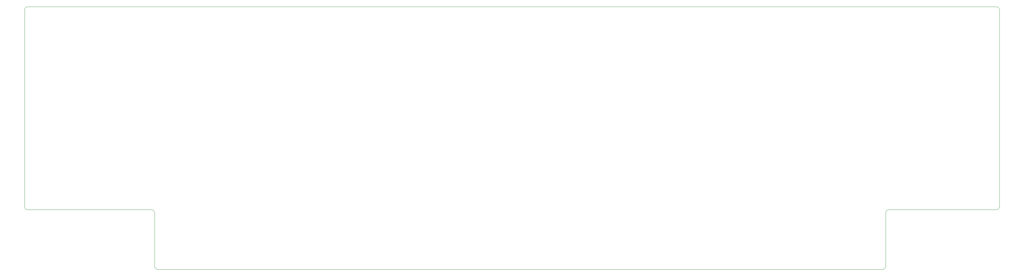
<source format=gbr>
%TF.GenerationSoftware,KiCad,Pcbnew,7.0.2*%
%TF.CreationDate,2023-06-06T03:33:47+01:00*%
%TF.ProjectId,45_keyboard,34355f6b-6579-4626-9f61-72642e6b6963,rev?*%
%TF.SameCoordinates,Original*%
%TF.FileFunction,Profile,NP*%
%FSLAX46Y46*%
G04 Gerber Fmt 4.6, Leading zero omitted, Abs format (unit mm)*
G04 Created by KiCad (PCBNEW 7.0.2) date 2023-06-06 03:33:47*
%MOMM*%
%LPD*%
G01*
G04 APERTURE LIST*
%TA.AperFunction,Profile*%
%ADD10C,0.100000*%
%TD*%
G04 APERTURE END LIST*
D10*
X346075000Y-55562500D02*
X61912500Y-55562500D01*
X346868750Y-114300000D02*
X346868750Y-56356250D01*
X346868800Y-56356250D02*
G75*
G03*
X346075000Y-55562500I-793800J-50D01*
G01*
X100012500Y-132556250D02*
X312737500Y-132556250D01*
X314325000Y-115093750D02*
G75*
G03*
X313531250Y-115887500I0J-793750D01*
G01*
X61912500Y-55562550D02*
G75*
G03*
X61118750Y-56356250I0J-793750D01*
G01*
X312737500Y-132556250D02*
G75*
G03*
X313531250Y-131762500I0J793750D01*
G01*
X61118750Y-114300000D02*
G75*
G03*
X61912500Y-115093750I793750J0D01*
G01*
X99218750Y-115887500D02*
G75*
G03*
X98425000Y-115093750I-793750J0D01*
G01*
X346075000Y-115093750D02*
G75*
G03*
X346868750Y-114300000I0J793750D01*
G01*
X99218750Y-115887500D02*
X99218750Y-131762500D01*
X314325000Y-115093750D02*
X346075000Y-115093750D01*
X313531250Y-131762500D02*
X313531250Y-115887500D01*
X61912500Y-115093750D02*
X98425000Y-115093750D01*
X99218750Y-131762500D02*
G75*
G03*
X100012500Y-132556250I793750J0D01*
G01*
X61118750Y-56356250D02*
X61118750Y-114300000D01*
M02*

</source>
